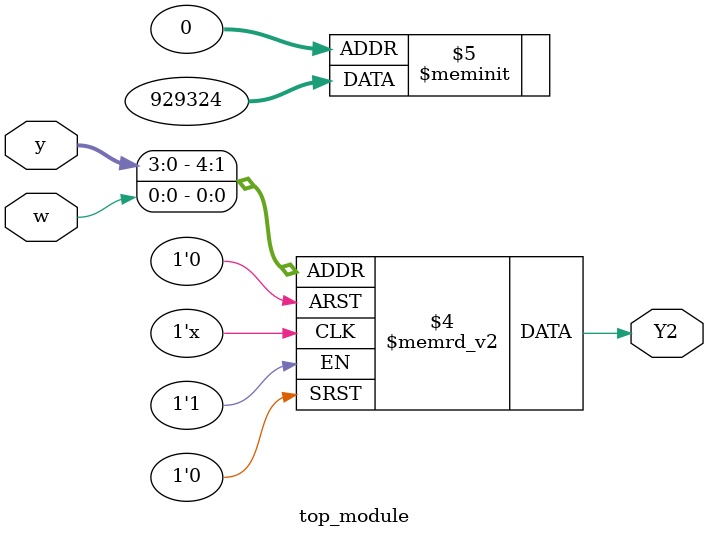
<source format=sv>
module top_module(
    input [3:0] y,
    input w,
    output reg Y2);

    always_comb begin
        case({y, w})
            5'b00000: Y2 = 0;
            5'b00001: Y2 = 0;
            5'b00010: Y2 = 1;
            5'b00011: Y2 = 1;
            5'b00100: Y2 = 0;
            5'b00101: Y2 = 1;
            5'b00110: Y2 = 0;
            5'b00111: Y2 = 0;
            5'b01000: Y2 = 0;
            5'b01001: Y2 = 1;
            5'b01010: Y2 = 1;
            5'b01011: Y2 = 1;
            5'b01100: Y2 = 0;
            5'b01101: Y2 = 1;
            5'b01110: Y2 = 0;
            5'b01111: Y2 = 0;
            5'b10000: Y2 = 0;
            5'b10001: Y2 = 1;
            5'b10010: Y2 = 1;
            5'b10011: Y2 = 1;
            default: Y2 = 0; // Default case to handle any unspecified combinations
        endcase
    end

endmodule

</source>
